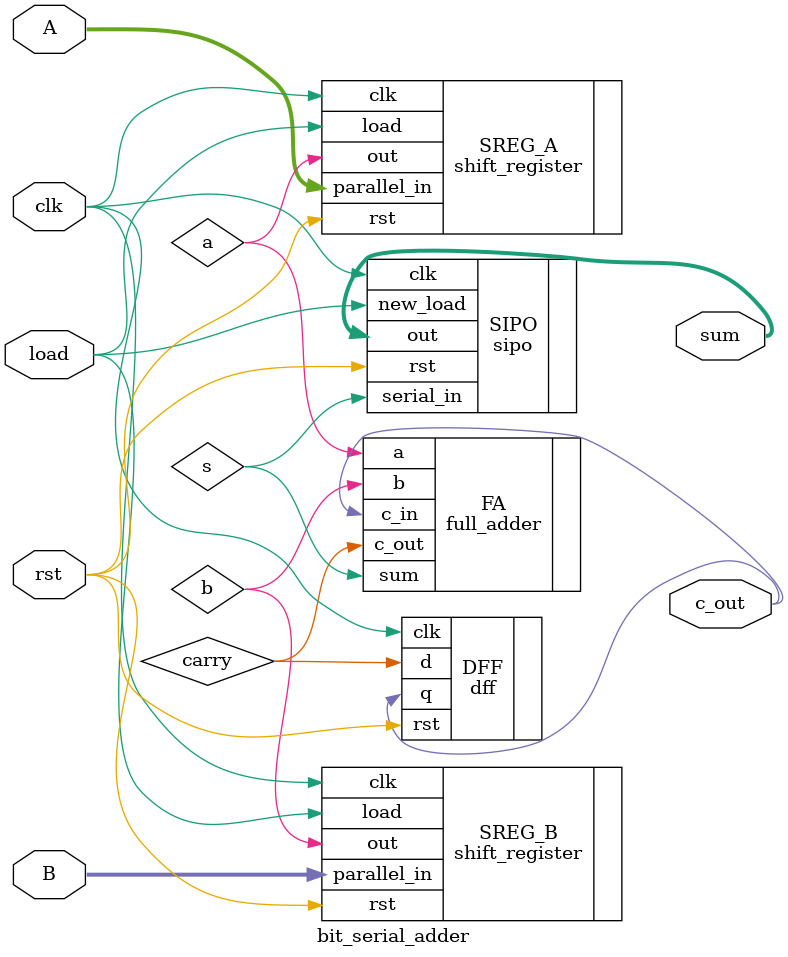
<source format=v>
/*
   Assignment No. - 6
   Problem No. - 2
   Semester - 5 (Autumn 2021-22)
   Group No. - 30
   Group Members - Vanshita Garg (19CS10064) & Ashutosh Kumar Singh (19CS30008)
*/

`timescale 1ns / 1ps

// Top level module for the bit serial adder
module bit_serial_adder #(parameter N = 8) (clk, rst, load, A, B, sum, c_out);
    /*
      Input and output ports :
      clk - the clock signal
      rst - the reset signal
      load - the load signal
      A - parallel load value for 1st integer
      B - parallel load value for 2nd integer
      sum - the 8-bit sum output
      c_out - the carry out bit
    */
    input clk, rst, load;
    input [N-1:0] A, B;
    output wire [N-1:0] sum;
    output wire c_out;

    wire a, b, s, carry;

    // Instantiate the input side shift registers
    shift_register SREG_A (.clk(clk), .rst(rst), .load(load), .parallel_in(A), .out(a));
    shift_register SREG_B (.clk(clk), .rst(rst), .load(load), .parallel_in(B), .out(b));

    // Instantiate the full adder
    full_adder FA (.a(a), .b(b), .c_in(c_out), .sum(s), .c_out(carry));

    // Instantiate the D Flip-Flop
    dff DFF (.clk(clk), .rst(rst), .d(carry), .q(c_out));

    // Instantiate the serial-in parallel-out shift register for the output 
    sipo SIPO (.clk(clk), .rst(rst), .serial_in(s), .new_load(load), .out(sum));
endmodule

</source>
